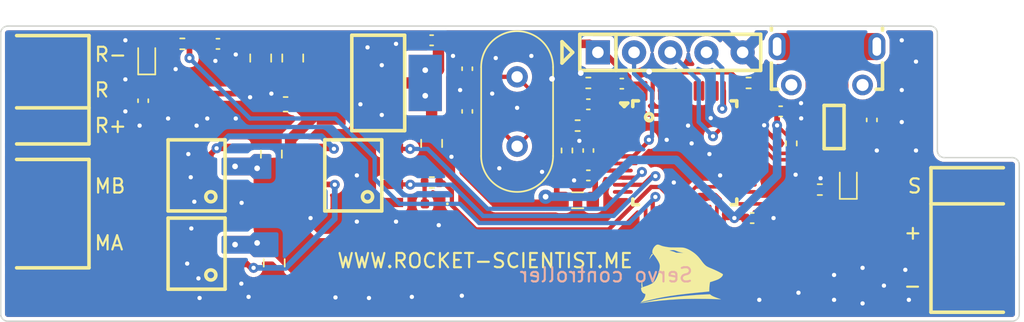
<source format=kicad_pcb>
(kicad_pcb (version 20211014) (generator pcbnew)
  (layers (0 "F.Cu" signal) (31 "B.Cu" signal) (34 "B.Paste" user) (35 "F.Paste" user) (36 "B.SilkS" user "B.Silkscreen") (37 "F.SilkS" user "F.Silkscreen") (38 "B.Mask" user) (39 "F.Mask" user) (44 "Edge.Cuts" user))
  (net 0 "")
  (net 1 "GND")
  (net 2 "VCC")
  (net 3 "Net-(C1-Pad1)")
  (net 4 "/VIN")
  (net 5 "/MCU_RESET")
  (net 6 "/POTENTIOMETER")
  (net 7 "Net-(C4-Pad1)")
  (net 8 "Net-(C5-Pad1)")
  (net 9 "Net-(D2-Pad1)")
  (net 10 "Net-(C6-Pad1)")
  (net 11 "Net-(D5-Pad2)")
  (net 12 "/MCU_SWCLK")
  (net 13 "/MCU_SWDIO")
  (net 14 "/USB_DM")
  (net 15 "/USB_DP")
  (net 17 "/USB_DET")
  (net 18 "Net-(R2-Pad2)")
  (net 19 "/LED")
  (net 20 "/SIGNAL")
  (net 24 "/MOTOR_A")
  (net 25 "/MOTOR_B")
  (net 49 "Net-(U4-Pad5)")
  (net 50 "Net-(U4-Pad7)")
  (net 52 "Net-(M1-Pad1)")
  (net 53 "Net-(M1-Pad2)")
  (net 54 "Net-(D3-Pad1)")
  (net 56 "Net-(R6-Pad2)")
  (footprint "ServoController:C_0402" (layer "F.Cu") (at 280.25 202.25 180)
    (fp_text reference "C6")
    (fp_text value "100nf")
  )
  (footprint "ServoController:R_0402" (layer "F.Cu") (at 279.5 198.75)
    (fp_text reference "R6")
    (fp_text value "390")
  )
  (footprint "ServoController:D_SOD-523" (layer "F.Cu") (at 249.25 194 90)
    (fp_text reference "D3")
    (fp_text value "PESD5Z3.3.115")
  )
  (footprint "ServoController:R_0402" (layer "F.Cu") (at 291.5 195.75)
    (fp_text reference "R1")
    (fp_text value "4.7k")
  )
  (footprint "ServoController:R_0402" (layer "F.Cu") (at 278.75 200.5 90)
    (fp_text reference "R3")
    (fp_text value "4.7k")
  )
  (footprint "ServoController:C_0402" (layer "F.Cu") (at 280.25 197.25 180)
    (fp_text reference "C2")
    (fp_text value "100nf")
  )
  (footprint "ServoController:HC-49_US" (layer "F.Cu") (at 275.25 200.2 90)
    (fp_text reference "Y1")
    (fp_text value "8Mhz/18pf")
  )
  (footprint "ServoController:Logo" (layer "F.Cu") (at 286.8 209.15)
    (fp_text reference "VAL" hide)
    (fp_text value "REF" hide)
  )
  (footprint "ServoController:Motor" (layer "F.Cu") (at 243.9275 208.7475 90)
    (fp_text reference "M1" hide)
    (fp_text value "Motor" hide)
  )
  (footprint "ServoController:C_0402" (layer "F.Cu") (at 293.75 197.75)
    (fp_text reference "C7")
    (fp_text value "100nf")
  )
  (footprint "ServoController:C_0805" (layer "F.Cu") (at 258 200.75 90)
    (fp_text reference "C17")
    (fp_text value "10uf")
  )
  (footprint "ServoController:SWD" (layer "F.Cu") (at 282.19 193.6)
    (fp_text reference "K1")
    (fp_text value "*VAL" hide)
  )
  (footprint "ServoController:Potentiometer" (layer "F.Cu") (at 243.9275 197.5 90)
    (fp_text reference "RV1" hide)
    (fp_text value "5k" hide)
  )
  (footprint "ServoController:C_0402" (layer "F.Cu") (at 269.25 192.75 180)
    (fp_text reference "C14")
    (fp_text value "100nf")
  )
  (footprint "ServoController:C_0402" (layer "F.Cu") (at 282.6 195.8 180)
    (fp_text reference "C9")
    (fp_text value "100nf")
  )
  (footprint "ServoController:D_SOD-523" (layer "F.Cu") (at 298.5 202.75 90)
    (fp_text reference "D2")
    (fp_text value "PESD5Z5.0.115")
  )
  (footprint "ServoController:R_0402" (layer "F.Cu") (at 280.25 195.75)
    (fp_text reference "R2")
    (fp_text value "4.7k")
  )
  (footprint "ServoController:L_0805" (layer "F.Cu") (at 279.5 204 180)
    (fp_text reference "FB1")
    (fp_text value "600@100M")
  )
  (footprint "ServoController:C_0402" (layer "F.Cu") (at 280.25 200.5 90)
    (fp_text reference "C8")
    (fp_text value "100nf")
  )
  (footprint "ServoController:SOT-223" (layer "F.Cu") (at 265.5 195.75 -90)
    (fp_text reference "U3")
    (fp_text value "AMS1117-3.3")
  )
  (footprint "ServoController:USB_Micro-B_Molex-105017-0001" (layer "F.Cu") (at 297 194.43 180)
    (fp_text reference "J1")
    (fp_text value "USB_B_Micro")
  )
  (footprint "ServoController:LQFP-48" (layer "F.Cu") (at 287.02 200.66)
    (fp_text reference "U1")
    (fp_text value "STM32F103C8T6")
  )
  (footprint "ServoController:SOIC-8" (layer "F.Cu") (at 252.75 207.75 90)
    (fp_text reference "U5")
    (fp_text value "AO4616")
  )
  (footprint "ServoController:C_0805" (layer "F.Cu") (at 257.25 194 90)
    (fp_text reference "C12")
    (fp_text value "10uf")
  )
  (footprint "ServoController:C_0402" (layer "F.Cu") (at 249 197 -90)
    (fp_text reference "C16")
    (fp_text value "100nf")
  )
  (footprint "ServoController:SOIC8N" (layer "F.Cu") (at 263.75 202.25 90)
    (fp_text reference "U4")
    (fp_text value "IRS4427S")
  )
  (footprint "ServoController:C_0402" (layer "F.Cu") (at 300.15 198.35 -90)
    (fp_text reference "C1")
    (fp_text value "100nf")
  )
  (footprint "ServoController:Signal_Power" (layer "F.Cu") (at 305.5725 204.25 -90)
    (fp_text reference "K2")
    (fp_text value "Signal/Power" hide)
  )
  (footprint "ServoController:R_0402" (layer "F.Cu") (at 296.5 203.25 180)
    (fp_text reference "Rw")
    (fp_text value "1k")
  )
  (footprint "ServoController:C_0402" (layer "F.Cu") (at 271.75 194.75 90)
    (fp_text reference "C4")
    (fp_text value "20pf")
  )
  (footprint "ServoController:R_0402" (layer "F.Cu") (at 269.265 202.75 180)
    (fp_text reference "R5")
    (fp_text value "270")
  )
  (footprint "ServoController:R_0402" (layer "F.Cu") (at 251.75 193 180)
    (fp_text reference "R7")
    (fp_text value "100")
  )
  (footprint "ServoController:C_0805" (layer "F.Cu") (at 269.25 200 -90)
    (fp_text reference "C11")
    (fp_text value "10uf")
  )
  (footprint "ServoController:C_0603" (layer "F.Cu") (at 259 197.25 180)
    (fp_text reference "C10")
    (fp_text value "1uf")
  )
  (footprint "ServoController:C_0805" (layer "F.Cu") (at 259.5 194 90)
    (fp_text reference "C13")
    (fp_text value "10uf")
  )
  (footprint "ServoController:LED_0402" (layer "F.Cu") (at 269.265 204.25 180)
    (fp_text reference "D5")
    (fp_text value "LED")
  )
  (footprint "ServoController:DZD" (layer "F.Cu") (at 297.5 198.85 -90)
    (fp_text reference "U2")
    (fp_text value "TPD2E001DZDR")
  )
  (footprint "ServoController:R_0402" (layer "F.Cu") (at 294.5 200 -90)
    (fp_text reference "R8")
    (fp_text value "1.5k")
  )
  (footprint "ServoController:C_0402" (layer "F.Cu") (at 271.75 197.75 90)
    (fp_text reference "C5")
    (fp_text value "20pf")
  )
  (footprint "ServoController:C_0805" (layer "F.Cu") (at 258.2 208.4 -90)
    (fp_text reference "C18")
    (fp_text value "10uf")
  )
  (footprint "ServoController:C_0402" (layer "F.Cu") (at 291.75 205.25)
    (fp_text reference "C3")
    (fp_text value "100nf")
  )
  (footprint "ServoController:SOIC-8" (layer "F.Cu") (at 252.75 202.25 90)
    (fp_text reference "U6")
    (fp_text value "AO4616")
  )
  (footprint "ServoController:C_0402" (layer "F.Cu") (at 254.25 193)
    (fp_text reference "C15")
    (fp_text value "100nf")
  )
  (gr_line (start 279.15 193.6) (end 278.4 192.85) (layer "F.SilkS") (width 0.25))
  (gr_line (start 278.4 194.35) (end 279.15 193.6) (layer "F.SilkS") (width 0.25))
  (gr_line (start 278.4 192.85) (end 278.4 194.35) (layer "F.SilkS") (width 0.25))
  (gr_line (start 310 212.5) (end 239.5 212.5) (layer "Edge.Cuts") (width 0.1))
  (gr_arc (start 305.25 201) (mid 304.896447 200.853553) (end 304.75 200.5) (layer "Edge.Cuts") (width 0.1))
  (gr_arc (start 310.5 212) (mid 310.353553 212.353553) (end 310 212.5) (layer "Edge.Cuts") (width 0.1))
  (gr_line (start 304.75 192.25) (end 304.75 200.5) (layer "Edge.Cuts") (width 0.1))
  (gr_line (start 310.5 212) (end 310.5 201.5) (layer "Edge.Cuts") (width 0.1))
  (gr_arc (start 304.25 191.75) (mid 304.603553 191.896447) (end 304.75 192.25) (layer "Edge.Cuts") (width 0.1))
  (gr_arc (start 239 192.25) (mid 239.146447 191.896447) (end 239.5 191.75) (layer "Edge.Cuts") (width 0.1))
  (gr_arc (start 310 201) (mid 310.353553 201.146447) (end 310.5 201.5) (layer "Edge.Cuts") (width 0.1))
  (gr_line (start 310 201) (end 305.25 201) (layer "Edge.Cuts") (width 0.1))
  (gr_line (start 239 212) (end 239 192.25) (layer "Edge.Cuts") (width 0.1))
  (gr_line (start 304.25 191.75) (end 239.5 191.75) (layer "Edge.Cuts") (width 0.1))
  (gr_arc (start 239.5 212.5) (mid 239.146447 212.353553) (end 239 212) (layer "Edge.Cuts") (width 0.1))
  (gr_text "Servo controller" (at 281.5 209.25) (layer "B.SilkS") (effects (font (size 1 1)) (justify mirror)))
  (gr_text "S" (at 303.72818 203) (layer "F.SilkS") (effects (font (size 1 1)) (justify right)))
  (gr_text "R-" (at 245.5 193.75) (layer "F.SilkS") (effects (font (size 1 1)) (justify left)))
  (gr_text "-" (at 303.72818 210) (layer "F.SilkS") (effects (font (size 1 1)) (justify right)))
  (gr_text "WWW.ROCKET-SCIENTIST.ME" (at 273 208.25) (layer "F.SilkS") (effects (font (size 1 1))))
  (gr_text "R" (at 245.497674 196.25) (layer "F.SilkS") (effects (font (size 1 1)) (justify left)))
  (gr_text "MB" (at 245.5 203) (layer "F.SilkS") (effects (font (size 1 1)) (justify left)))
  (gr_text "R+" (at 245.5 198.75) (layer "F.SilkS") (effects (font (size 1 1)) (justify left)))
  (gr_text "MA" (at 245.497666 207) (layer "F.SilkS") (effects (font (size 1 1)) (justify left)))
  (gr_text "+" (at 303.75 206.25) (layer "F.SilkS") (effects (font (size 1 1)) (justify right)))
  (segment (start 279.77 202.25) (end 279.5995 202.25) (width 0.3) (layer "F.Cu") (net 1))
  (segment (start 279.74 195.076388) (end 279.718225 195.054613) (width 0.3) (layer "F.Cu") (net 1))
  (segment (start 291.37 198.41) (end 292.280029 198.41) (width 0.3) (layer "F.Cu") (net 1))
  (segment (start 283.59 201.41) (end 284.5 200.5) (width 0.25) (layer "F.Cu") (net 1))
  (segment (start 278.65215 197.25) (end 277.7 196.29785) (width 0.4) (layer "F.Cu") (net 1))
  (segment (start 279.5995 202.25) (end 279.2495 202.6) (width 0.3) (layer "F.Cu") (net 1))
  (segment (start 289.03 198.41) (end 288.84 198.22) (width 0.3) (layer "F.Cu") (net 1))
  (segment (start 282.67 201.41) (end 283.59 201.41) (width 0.25) (layer "F.Cu") (net 1))
  (segment (start 284.77 196.31) (end 284.77 195.201678) (width 0.3) (layer "F.Cu") (net 1))
  (segment (start 279.74 195.75) (end 279.74 195.076388) (width 0.3) (layer "F.Cu") (net 1))
  (segment (start 292.280029 198.41) (end 292.593356 198.723327) (width 0.3) (layer "F.Cu") (net 1))
  (segment (start 279.77 197.25) (end 278.65215 197.25) (width 0.4) (layer "F.Cu") (net 1))
  (segment (start 284.77 195.201678) (end 284.5162 194.947878) (width 0.3) (layer "F.Cu") (net 1))
  (segment (start 279.819535 200.02) (end 279.618554 199.819019) (width 0.3) (layer "F.Cu") (net 1))
  (segment (start 291.37 198.41) (end 289.03 198.41) (width 0.3) (layer "F.Cu") (net 1))
  (segment (start 280.25 200.02) (end 279.819535 200.02) (width 0.3) (layer "F.Cu") (net 1))
  (segment (start 277.7 196.29785) (end 277.7 195.46) (width 0.4) (layer "F.Cu") (net 1))
  (via (at 273.75 194) (size 0.7) (drill 0.3) (layers "F.Cu" "B.Cu") (net 1))
  (via (at 302.75 211) (size 0.7) (drill 0.3) (layers "F.Cu" "B.Cu") (net 1))
  (via (at 293.25 205.25) (size 0.7) (drill 0.3) (layers "F.Cu" "B.Cu") (net 1))
  (via (at 277.7 195.46) (size 1) (drill 0.4) (layers "F.Cu" "B.Cu") (net 1))
  (via (at 266.75 205.5) (size 0.7) (drill 0.3) (layers "F.Cu" "B.Cu") (net 1))
  (via (at 279.2495 202.6) (size 0.7) (drill 0.3) (layers "F.Cu" "B.Cu") (net 1))
  (via (at 287.5 200) (size 0.7) (drill 0.3) (layers "F.Cu" "B.Cu") (net 1))
  (via (at 265.75 194.5) (size 0.7) (drill 0.3) (layers "F.Cu" "B.Cu") (net 1))
  (via (at 286.25 202.75) (size 0.7) (drill 0.3) (layers "F.Cu" "B.Cu") (net 1))
  (via (at 270.75 193.8495) (size 0.7) (drill 0.3) (layers "F.Cu" "B.Cu") (net 1))
  (via (at 303.25 194.25) (size 0.7) (drill 0.3) (layers "F.Cu" "B.Cu") (net 1))
  (via (at 255.5 193.75) (size 0.7) (drill 0.3) (layers "F.Cu" "B.Cu") (net 1))
  (via (at 252.09 208.45) (size 0.7) (drill 0.3) (layers "F.Cu" "B.Cu") (net 1))
  (via (at 302.25 198.5) (size 0.7) (drill 0.3) (layers "F.Cu" "B.Cu") (net 1))
  (via (at 256.4 210.79) (size 0.7) (drill 0.3) (layers "F.Cu" "B.Cu") (net 1))
  (via (at 270.64 200.94) (size 0.7) (drill 0.3) (layers "F.Cu" "B.Cu") (net 1))
  (via (at 256.505185 196.754769) (size 0.7) (drill 0.3) (layers "F.Cu" "B.Cu") (net 1))
  (via (at 247.75 197.75) (size 0.7) (drill 0.3) (layers "F.Cu" "B.Cu") (net 1))
  (via (at 284.5162 194.947878) (size 1) (drill 0.4) (layers "F.Cu" "B.Cu") (net 1))
  (via (at 264.75 193.25) (size 0.7) (drill 0.3) (layers "F.Cu" "B.Cu") (net 1))
  (via (at 285.75 199.75) (size 0.7) (drill 0.3) (layers "F.Cu" "B.Cu") (net 1))
  (via (at 277 202) (size 0.7) (drill 0.3) (layers "F.Cu" "B.Cu") (net 1))
  (via (at 297.5 209.25) (size 0.7) (drill 0.3) (layers "F.Cu" "B.Cu") (net 1))
  (via (at 271.25 196.25) (size 0.7) (drill 0.3) (layers "F.Cu" "B.Cu") (net 1))
  (via (at 252.75 198.75) (size 0.7) (drill 0.3) (layers "F.Cu" "B.Cu") (net 1))
  (via (at 302.5 208.89) (size 0.7) (drill 0.3) (layers "F.Cu" "B.Cu") (net 1))
  (via (at 255.89 209.86) (size 0.7) (drill 0.3) (layers "F.Cu" "B.Cu") (net 1))
  (via (at 295.18 197.17) (size 0.7) (drill 0.3) (layers "F.Cu" "B.Cu") (net 1))
  (via (at 252.38 205.98) (size 0.7) (drill 0.3) (layers "F.Cu" "B.Cu") (net 1))
  (via (at 299.5 211.25) (size 0.7) (drill 0.3) (layers "F.Cu" "B.Cu") (net 1))
  (via (at 287.25 198.75) (size 0.7) (drill 0.3) (layers "F.Cu" "B.Cu") (net 1))
  (via (at 252.17 200.75) (size 0.7) (drill 0.3) (layers "F.Cu" "B.Cu") (net 1))
  (via (at 264 205.5) (size 0.7) (drill 0.3) (layers "F.Cu" "B.Cu") (net 1))
  (via (at 264 202.25) (size 0.7) (drill 0.3) (layers "F.Cu" "B.Cu") (net 1))
  (via (at 274 201.75) (size 0.7) (drill 0.3) (layers "F.Cu" "B.Cu") (net 1))
  (via (at 288.75 200.75) (size 0.7) (drill 0.3) (layers "F.Cu" "B.Cu") (net 1))
  (via (at 258 196.5) (size 0.7) (drill 0.3) (layers "F.Cu" "B.Cu") (net 1))
  (via (at 271.37 210.71) (size 0.7) (drill 0.3) (layers "F.Cu" "B.Cu") (net 1))
  (via (at 264.85 210.87) (size 0.7) (drill 0.3) (layers "F.Cu" "B.Cu") (net 1))
  (via (at 299.5 208.75) (size 0.7) (drill 0.3) (layers "F.Cu" "B.Cu") (net 1))
  (via (at 288.84 198.22) (size 0.7) (drill 0.3) (layers "F.Cu" "B.Cu") (net 1))
  (via (at 279.718225 195.054613) (size 1) (drill 0.4) (layers "F.Cu" "B.Cu") (net 1))
  (via (at 262.5 210.83) (size 0.7) (drill 0.3) (layers "F.Cu" "B.Cu") (net 1))
  (via (at 297.5 211) (size 0.7) (drill 0.3) (layers "F.Cu" "B.Cu") (net 1))
  (via (at 247.75 195.5) (size 0.7) (drill 0.3) (layers "F.Cu" "B.Cu") (net 1))
  (via (at 264.25 197.25) (size 0.7) (drill 0.3) (layers "F.Cu" "B.Cu") (net 1))
  (via (at 253.5 198.2495) (size 0.7) (drill 0.3) (layers "F.Cu" "B.Cu") (net 1))
  (via (at 266.75 193) (size 0.7) (drill 0.3) (layers "F.Cu" "B.Cu") (net 1))
  (via (at 251.279977 194.779977) (size 0.7) (drill 0.3) (layers "F.Cu" "B.Cu") (net 1))
  (via (at 254.068477 194.2005) (size 0.7) (drill 0.3) (layers "F.Cu" "B.Cu") (net 1))
  (via (at 252.34 202.38) (size 0.7) (drill 0.3) (layers "F.Cu" "B.Cu") (net 1))
  (via (at 250.75 198.2495) (size 0.7) (drill 0.3) (layers "F.Cu" "B.Cu") (net 1))
  (via (at 301 210) (size 0.7) (drill 0.3) (layers "F.Cu" "B.Cu") (net 1))
  (via (at 292.593356 198.723327) (size 0.7) (drill 0.3) (layers "F.Cu" "B.Cu") (net 1))
  (via (at 252.59 204.1) (size 0.7) (drill 0.3) (layers "F.Cu" "B.Cu") (net 1))
  (via (at 255.5 198.25) (size 0.7) (drill 0.3) (layers "F.Cu" "B.Cu") (net 1))
  (via (at 255.91 204.18) (size 0.7) (drill 0.3) (layers "F.Cu" "B.Cu") (net 1))
  (via (at 295 210.5) (size 0.7) (drill 0.3) (layers "F.Cu" "B.Cu") (net 1))
  (via (at 292.25 211) (size 0.7) (drill 0.3) (layers "F.Cu" "B.Cu") (net 1))
  (via (at 302.25 192.75) (size 0.7) (drill 0.3) (layers "F.Cu" "B.Cu") (net 1))
  (via (at 269.75 205.75) (size 0.7) (drill 0.3) (layers "F.Cu" "B.Cu") (net 1))
  (via (at 247.75 192.75) (size 0.7) (drill 0.3) (layers "F.Cu" "B.Cu") (net 1))
  (via (at 300.5 200.5) (size 0.7) (drill 0.3) (layers "F.Cu" "B.Cu") (net 1))
  (via (at 275.25 197.5) (size 0.7) (drill 0.3) (layers "F.Cu" "B.Cu") (net 1))
  (via (at 248.75 198.75) (size 0.7) (drill 0.3) (layers "F.Cu" "B.Cu") (net 1))
  (via (at 295.19 198.24) (size 0.7) (drill 0.3) (layers "F.Cu" "B.Cu") (net 1))
  (via (at 289.5 202.25) (size 0.7) (drill 0.3) (layers "F.Cu" "B.Cu") (net 1))
  (via (at 265.75 198) (size 0.7) (drill 0.3) (layers "F.Cu" "B.Cu") (net 1))
  (via (at 260.75 205.25) (size 0.7) (drill 0.3) (layers "F.Cu" "B.Cu") (net 1))
  (via (at 279.618554 199.819019) (size 0.7) (drill 0.3) (layers "F.Cu" "B.Cu") (net 1))
  (via (at 276.25 193.8495) (size 0.7) (drill 0.3) (layers "F.Cu" "B.Cu") (net 1))
  (via (at 302.25 196.25) (size 0.7) (drill 0.3) (layers "F.Cu" "B.Cu") (net 1))
  (via (at 294.8 202.2) (size 0.7) (drill 0.3) (layers "F.Cu" "B.Cu") (net 1))
  (via (at 303.25 200.5) (size 0.7) (drill 0.3) (layers "F.Cu" "B.Cu") (net 1))
  (via (at 252.88 209.49) (size 0.7) (drill 0.3) (layers "F.Cu" "B.Cu") (net 1))
  (via (at 267.86 210.79) (size 0.7) (drill 0.3) (layers "F.Cu" "B.Cu") (net 1))
  (via (at 273.5 196.5) (size 0.7) (drill 0.3) (layers "F.Cu" "B.Cu") (net 1))
  (via (at 252.96 210.87) (size 0.7) (drill 0.3) (layers "F.Cu" "B.Cu") (net 1))
  (via (at 296.55 202.45) (size 0.7) (drill 0.3) (layers "F.Cu" "B.Cu") (net 1))
  (segment (start 262.198 195.75) (end 268.802 195.75) (width 0.8) (layer "F.Cu") (net 2))
  (segment (start 278.75 199.99) (end 278.66 199.99) (width 0.4) (layer "F.Cu") (net 2))
  (segment (start 271.5 202) (end 273.75 204.25) (width 0.6) (layer "F.Cu") (net 2))
  (segment (start 294.2545 199.49) (end 293.5 198.7355) (width 0.25) (layer "F.Cu") (net 2))
  (segment (start 276.75 193) (end 278.75 195) (width 0.4) (layer "F.Cu") (net 2))
  (segment (start 281.35 193.6) (end 283.08 195.33) (width 0.4) (layer "F.Cu") (net 2))
  (segment (start 294.5 199.49) (end 294.2545 199.49) (width 0.25) (layer "F.Cu") (net 2))
  (segment (start 283.08 195.33) (end 283.08 195.8) (width 0.4) (layer "F.Cu") (net 2))
  (segment (start 277.25 204.25) (end 273.75 204.25) (width 0.6) (layer "F.Cu") (net 2))
  (segment (start 278.03048 203.59298) (end 278.4375 204) (width 0.4) (layer "F.Cu") (net 2))
  (segment (start 261.398 194.95) (end 259.5 194.95) (width 0.8) (layer "F.Cu") (net 2))
  (segment (start 269.25 196.198) (end 268.802 195.75) (width 0.8) (layer "F.Cu") (net 2))
  (segment (start 278.75 196) (end 279.21952 196.46952) (width 0.4) (layer "F.Cu") (net 2))
  (segment (start 290.5 205.25) (end 290.01 205.25) (width 0.3) (layer "F.Cu") (net 2))
  (segment (start 278.03048 200.61952) (end 278.03048 203.59298) (width 0.4) (layer "F.Cu") (net 2))
  (segment (start 283.76 195.8) (end 283.08 195.8) (width 0.3) (layer "F.Cu") (net 2))
  (segment (start 277.25 203.75) (end 277.25 204.25) (width 0.6) (layer "F.Cu") (net 2))
  (segment (start 282.67 197.91) (end 281.66 197.91) (width 0.3) (layer "F.Cu") (net 2))
  (segment (start 280.266018 196.46952) (end 280.73 196.933502) (width 0.4) (layer "F.Cu") (net 2))
  (segment (start 270.175 199.05) (end 271.5 200.375) (width 0.6) (layer "F.Cu") (net 2))
  (segment (start 257.25 194.95) (end 259.5 194.95) (width 0.8) (layer "F.Cu") (net 2))
  (segment (start 284.27 196.31) (end 283.76 195.8) (width 0.3) (layer "F.Cu") (net 2))
  (segment (start 262.198 195.75) (end 261.398 194.95) (width 0.8) (layer "F.Cu") (net 2))
  (segment (start 281.66 197.91) (end 281 197.25) (width 0.3) (layer "F.Cu") (net 2))
  (segment (start 247.25 196.5) (end 255.7 196.5) (width 0.4) (layer "F.Cu") (net 2))
  (segment (start 280.92 193.6) (end 281.35 193.6) (width 0.4) (layer "F.Cu") (net 2))
  (segment (start 291.37 197.91) (end 293.11 197.91) (width 0.3) (layer "F.Cu") (net 2))
  (segment (start 271.5 200.375) (end 271.5 202) (width 0.6) (layer "F.Cu") (net 2))
  (segment (start 242.2275 198.77) (end 244.98 198.77) (width 0.4) (layer "F.Cu") (net 2))
  (segment (start 293.11 197.91) (end 293.27 197.75) (width 0.3) (layer "F.Cu") (net 2))
  (segment (start 269.73 192.75) (end 269.98 193) (width 0.6) (layer "F.Cu") (net 2))
  (segment (start 291.25 205.25) (end 290.5 205.25) (width 0.3) (layer "F.Cu") (net 2))
  (segment (start 279.21952 196.46952) (end 280.266018 196.46952) (width 0.4) (layer "F.Cu") (net 2))
  (segment (start 280.73 196.933502) (end 280.73 197.25) (width 0.4) (layer "F.Cu") (net 2))
  (segment (start 273.75 204.25) (end 278.1875 204.25) (width 0.6) (layer "F.Cu") (net 2))
  (segment (start 255.7 196.5) (end 257.25 194.95) (width 0.4) (layer "F.Cu") (net 2))
  (segment (start 269.73 192.75) (end 269.73 194.822) (width 0.8) (layer "F.Cu") (net 2))
  (segment (start 280.32 193) (end 280.92 193.6) (width 0.6) (layer "F.Cu") (net 2))
  (segment (start 269.25 199.05) (end 269.25 196.198) (width 0.8) (layer "F.Cu") (net 2))
  (segment (start 293.5 197.98) (end 293.5 198.7355) (width 0.4) (layer "F.Cu") (net 2))
  (segment (start 276.75 193) (end 280.32 193) (width 0.6) (layer "F.Cu") (net 2))
  (segment (start 269.98 193) (end 276.75 193) (width 0.6) (layer "F.Cu") (net 2))
  (segment (start 281 197.25) (end 280.73 197.25) (width 0.3) (layer "F.Cu") (net 2))
  (segment (start 269.73 194.822) (end 268.802 195.75) (width 0.8) (layer "F.Cu") (net 2))
  (segment (start 293.27 197.75) (end 293.5 197.98) (width 0.4) (layer "F.Cu") (net 2))
  (segment (start 290.01 205.25) (end 289.77 205.01) (width 0.3) (layer "F.Cu") (net 2))
  (segment (start 278.66 199.99) (end 278.03048 200.61952) (width 0.4) (layer "F.Cu") (net 2))
  (segment (start 269.25 199.05) (end 270.175 199.05) (width 0.6) (layer "F.Cu") (net 2))
  (segment (start 278.1875 204.25) (end 278.4375 204) (width 0.6) (layer "F.Cu") (net 2))
  (segment (start 244.98 198.77) (end 247.25 196.5) (width 0.4) (layer "F.Cu") (net 2))
  (segment (start 278.75 195) (end 278.75 196) (width 0.4) (layer "F.Cu") (net 2))
  (via (at 277.25 203.75) (size 1) (drill 0.4) (layers "F.Cu" "B.Cu") (net 2))
  (via (at 293.5 198.7355) (size 0.7) (drill 0.3) (layers "F.Cu" "B.Cu") (net 2))
  (via (at 290.5 205.25) (size 0.7) (drill 0.3) (layers "F.Cu" "B.Cu") (net 2))
  (segment (start 286.41 201.16) (end 283.26 201.16) (width 0.6) (layer "B.Cu") (net 2))
  (segment (start 280.67 203.75) (end 277.25 203.75) (width 0.6) (layer "B.Cu") (net 2))
  (segment (start 293.5 202.25) (end 290.5 205.25) (width 0.6) (layer "B.Cu") (net 2))
  (segment (start 283.26 201.16) (end 280.67 203.75) (width 0.6) (layer "B.Cu") (net 2))
  (segment (start 290.5 205.25) (end 286.41 201.16) (width 0.6) (layer "B.Cu") (net 2))
  (segment (start 293.5 198.7355) (end 293.5 202.25) (width 0.6) (layer "B.Cu") (net 2))
  (segment (start 292.36 195.75) (end 292.01 195.75) (width 0.3) (layer "F.Cu") (net 3))
  (segment (start 297.9525 194.57) (end 293.54 194.57) (width 0.3) (layer "F.Cu") (net 3))
  (segment (start 293.54 194.57) (end 292.36 195.75) (width 0.3) (layer "F.Cu") (net 3))
  (segment (start 298.65 197.33) (end 298.3 196.98) (width 0.4) (layer "F.Cu") (net 3))
  (segment (start 298.3 195.8925) (end 298.3 194.9175) (width 0.3) (layer "F.Cu") (net 3))
  (segment (start 298.3 194.9175) (end 297.9525 194.57) (width 0.3) (layer "F.Cu") (net 3))
  (segment (start 300.13 197.89) (end 300.15 197.87) (width 0.4) (layer "F.Cu") (net 3))
  (segment (start 298.65 197.89) (end 300.13 197.89) (width 0.4) (layer "F.Cu") (net 3))
  (segment (start 298.3 196.98) (end 298.3 195.8925) (width 0.4) (layer "F.Cu") (net 3))
  (segment (start 298.65 197.89) (end 298.65 197.33) (width 0.4) (layer "F.Cu") (net 3))
  (segment (start 259.35 202.5) (end 259.35 199.720978) (width 0.8) (layer "F.Cu") (net 4))
  (segment (start 307.2725 206.155) (end 296.645 206.155) (width 3) (layer "F.Cu") (net 4))
  (segment (start 257.065 201.615) (end 257.365 201.615) (width 0.8) (layer "F.Cu") (net 4))
  (segment (start 257.365 201.615) (end 258.25 202.5) (width 0.8) (layer "F.Cu") (net 4))
  (segment (start 261.034978 198.036) (end 262.198 198.036) (width 0.8) (layer "F.Cu") (net 4))
  (segment (start 296.645 206.155) (end 294.64 208.16) (width 3) (layer "F.Cu") (net 4))
  (segment (start 260.530978 208.16) (end 258.25 205.879022) (width 3) (layer "F.Cu") (net 4))
  (segment (start 294.64 208.16) (end 260.530978 208.16) (width 3) (layer "F.Cu") (net 4))
  (segment (start 260.561 198.036) (end 262.198 198.036) (width 0.8) (layer "F.Cu") (net 4))
  (segment (start 257.014022 207.115) (end 257.174511 206.954511) (width 0.8) (layer "F.Cu") (net 4))
  (segment (start 259.35 199.720978) (end 261.034978 198.036) (width 0.8) (layer "F.Cu") (net 4))
  (segment (start 259.775 197.25) (end 260.561 198.036) (width 0.8) (layer "F.Cu") (net 4))
  (segment (start 261.05 201.615) (end 259.135 201.615) (width 0.4) (layer "F.Cu") (net 4))
  (segment (start 259.135 201.615) (end 258.25 202.5) (width 0.4) (layer "F.Cu") (net 4))
  (segment (start 257.174511 206.954511) (end 258.25 205.879022) (width 0.8) (layer "F.Cu") (net 4))
  (segment (start 255.45 201.615) (end 257.065 201.615) (width 0.8) (layer "F.Cu") (net 4))
  (segment (start 255.45 207.115) (end 257.014022 207.115) (width 0.8) (layer "F.Cu") (net 4))
  (segment (start 258.25 202.5) (end 259.35 202.5) (width 0.8) (layer "F.Cu") (net 4))
  (segment (start 258.25 205.879022) (end 258.25 202.5) (width 3) (layer "F.Cu") (net 4))
  (via (at 257 201.75) (size 1) (drill 0.4) (layers "F.Cu" "B.Cu") (net 4))
  (via (at 257 207) (size 1) (drill 0.4) (layers "F.Cu" "B.Cu") (net 4))
  (via (at 255.45 201.615) (size 1) (drill 0.4) (layers "F.Cu" "B.Cu") (net 4))
  (via (at 255.45 207.115) (size 1) (drill 0.4) (layers "F.Cu" "B.Cu") (net 4))
  (segment (start 282.67 200.91) (end 280.32 200.91) (width 0.3) (layer "F.Cu") (net 5))
  (segment (start 280.25 200.98) (end 278.78 200.98) (width 0.3) (layer "F.Cu") (net 5))
  (segment (start 278.78 200.98) (end 278.75 201.01) (width 0.3) (layer "F.Cu") (net 5))
  (segment (start 284.5 199.828143) (end 283.418143 200.91) (width 0.3) (layer "F.Cu") (net 5))
  (segment (start 280.32 200.91) (end 280.25 200.98) (width 0.3) (layer "F.Cu") (net 5))
  (segment (start 283.418143 200.91) (end 282.67 200.91) (width 0.3) (layer "F.Cu") (net 5))
  (segment (start 284.5 199.75) (end 284.5 199.828143) (width 0.3) (layer "F.Cu") (net 5))
  (via (at 284.5 199.75) (size 0.7) (drill 0.3) (layers "F.Cu" "B.Cu") (net 5))
  (segment (start 284.72 199.53) (end 284.72 196.353069) (width 0.3) (layer "B.Cu") (net 5))
  (segment (start 284.72 196.353069) (end 283.46 195.093069) (width 0.3) (layer "B.Cu") (net 5))
  (segment (start 283.46 195.093069) (end 283.46 193.6) (width 0.3) (layer "B.Cu") (net 5))
  (segment (start 284.5 199.75) (end 284.72 199.53) (width 0.3) (layer "B.Cu") (net 5))
  (segment (start 252.25 194) (end 252.25 193.01) (width 0.4) (layer "F.Cu") (net 6))
  (segment (start 252.25 193.01) (end 252.26 193) (width 0.4) (layer "F.Cu") (net 6))
  (segment (start 253.77 193) (end 252.26 193) (width 0.4) (layer "F.Cu") (net 6))
  (segment (start 284.77 203.949244) (end 284.77 205.01) (width 0.3) (layer "F.Cu") (net 6))
  (segment (start 284.954872 203.764372) (end 284.77 203.949244) (width 0.3) (layer "F.Cu") (net 6))
  (via (at 252.25 194) (size 0.7) (drill 0.3) (layers "F.Cu" "B.Cu") (net 6))
  (via (at 284.954872 203.764372) (size 0.7) (drill 0.3) (layers "F.Cu" "B.Cu") (net 6))
  (segment (start 284.954872 203.764372) (end 283.119244 205.6) (width 0.3) (layer "B.Cu") (net 6))
  (segment (start 262.5 198.25) (end 256.5 198.25) (width 0.3) (layer "B.Cu") (net 6))
  (segment (start 265.25 202.5) (end 265.25 201) (width 0.3) (layer "B.Cu") (net 6))
  (segment (start 272.59 205.6) (end 271.24 204.25) (width 0.3) (layer "B.Cu") (net 6))
  (segment (start 283.119244 205.6) (end 272.59 205.6) (width 0.3) (layer "B.Cu") (net 6))
  (segment (start 265.25 201) (end 262.5 198.25) (width 0.3) (layer "B.Cu") (net 6))
  (segment (start 267 204.25) (end 265.25 202.5) (width 0.3) (layer "B.Cu") (net 6))
  (segment (start 271.24 204.25) (end 267 204.25) (width 0.3) (layer "B.Cu") (net 6))
  (segment (start 256.5 198.25) (end 252.25 194) (width 0.3) (layer "B.Cu") (net 6))
  (segment (start 277.98 198.05) (end 275.25 195.32) (width 0.25) (layer "F.Cu") (net 7))
  (segment (start 281.499511 199.487654) (end 281.499511 198.912616) (width 0.25) (layer "F.Cu") (net 7))
  (segment (start 271.75 195.23) (end 271.84 195.32) (width 0.3) (layer "F.Cu") (net 7))
  (segment (start 281.499511 198.912616) (end 280.636895 198.05) (width 0.25) (layer "F.Cu") (net 7))
  (segment (start 271.84 195.32) (end 275.25 195.32) (width 0.3) (layer "F.Cu") (net 7))
  (segment (start 281.921857 199.91) (end 281.499511 199.487654) (width 0.25) (layer "F.Cu") (net 7))
  (segment (start 282.67 199.91) (end 281.921857 199.91) (width 0.25) (layer "F.Cu") (net 7))
  (segment (start 280.636895 198.05) (end 277.98 198.05) (width 0.25) (layer "F.Cu") (net 7))
  (segment (start 273.28 198.23) (end 275.25 200.2) (width 0.3) (layer "F.Cu") (net 8))
  (segment (start 278.99 198.75) (end 276.7 198.75) (width 0.25) (layer "F.Cu") (net 8))
  (segment (start 276.7 198.75) (end 275.25 200.2) (width 0.25) (layer "F.Cu") (net 8))
  (segment (start 271.75 198.23) (end 273.28 198.23) (width 0.3) (layer "F.Cu") (net 8))
  (segment (start 298.3 203.25) (end 297.01 203.25) (width 0.25) (layer "F.Cu") (net 9))
  (segment (start 298.5 203.45) (end 298.3 203.25) (width 0.25) (layer "F.Cu") (net 9))
  (segment (start 306.8025 203.45) (end 307.2725 202.98) (width 0.4) (layer "F.Cu") (net 9))
  (segment (start 300.25 203.45) (end 306.8025 203.45) (width 0.4) (layer "F.Cu") (net 9))
  (segment (start 298.5 203.45) (end 300.25 203.45) (width 0.4) (layer "F.Cu") (net 9))
  (segment (start 281.07 201.91) (end 280.73 202.25) (width 0.3) (layer "F.Cu") (net 10))
  (segment (start 282.67 201.91) (end 281.07 201.91) (width 0.3) (layer "F.Cu") (net 10))
  (segment (start 280.73 203.8325) (end 280.5625 204) (width 0.4) (layer "F.Cu") (net 10))
  (segment (start 280.73 202.25) (end 280.73 203.8325) (width 0.4) (layer "F.Cu") (net 10))
  (segment (start 268.755 202.75) (end 268.755 204.225) (width 0.3) (layer "F.Cu") (net 11))
  (segment (start 268.755 204.225) (end 268.78 204.25) (width 0.3) (layer "F.Cu") (net 11))
  (segment (start 289.77 197.44) (end 289.65 197.56) (width 0.3) (layer "F.Cu") (net 12))
  (segment (start 289.77 196.31) (end 289.77 197.44) (width 0.3) (layer "F.Cu") (net 12))
  (via (at 289.65 197.56) (size 0.7) (drill 0.3) (layers "F.Cu" "B.Cu") (net 12))
  (segment (start 289.65 197.56) (end 289.65 194.71) (width 0.3) (layer "B.Cu") (net 12))
  (segment (start 289.65 194.71) (end 288.54 193.6) (width 0.3) (layer "B.Cu") (net 12))
  (segment (start 289 199.5) (end 289.59 198.91) (width 0.3) (layer "F.Cu") (net 13))
  (segment (start 289.59 198.91) (end 291.37 198.91) (width 0.3) (layer "F.Cu") (net 13))
  (via (at 289 199.5) (size 0.7) (drill 0.3) (layers "F.Cu" "B.Cu") (net 13))
  (segment (start 288 198.5) (end 288 195.6) (width 0.3) (layer "B.Cu") (net 13))
  (segment (start 289 199.5) (end 288 198.5) (width 0.3) (layer "B.Cu") (net 13))
  (segment (start 288 195.6) (end 286 193.6) (width 0.3) (layer "B.Cu") (net 13))
  (segment (start 297.7 195.9425) (end 297.7 199.8) (width 0.25) (layer "F.Cu") (net 14))
  (segment (start 297.7 199.8) (end 297.090489 200.409511) (width 0.25) (layer "F.Cu") (net 14))
  (segment (start 292.39452 200.221732) (end 292.082788 199.91) (width 0.25) (layer "F.Cu") (net 14))
  (segment (start 296.161207 200.409511) (end 295.421208 201.14951) (width 0.25) (layer "F.Cu") (net 14))
  (segment (start 295.421208 201.14951) (end 293.313806 201.14951) (width 0.25) (layer "F.Cu") (net 14))
  (segment (start 297.090489 200.409511) (end 296.161207 200.409511) (width 0.25) (layer "F.Cu") (net 14))
  (segment (start 297.71 199.81) (end 298.65 199.81) (width 0.25) (layer "F.Cu") (net 14))
  (segment (start 292.39452 200.230224) (end 292.39452 200.221732) (width 0.25) (layer "F.Cu") (net 14))
  (segment (start 292.082788 199.91) (end 291.37 199.91) (width 0.25) (layer "F.Cu") (net 14))
  (segment (start 297.65 195.8925) (end 297.7 195.9425) (width 0.25) (layer "F.Cu") (net 14))
  (segment (start 293.313806 201.14951) (end 292.39452 200.230224) (width 0.25) (layer "F.Cu") (net 14))
  (segment (start 297.7 199.8) (end 297.71 199.81) (width 0.25) (layer "F.Cu") (net 14))
  (segment (start 297 196.85) (end 297.25048 197.10048) (width 0.25) (layer "F.Cu") (net 15))
  (segment (start 291.37 199.41) (end 292.218492 199.41) (width 0.25) (layer "F.Cu") (net 15))
  (segment (start 297.25048 197.10048) (end 297.25048 199.49202) (width 0.25) (layer "F.Cu") (net 15))
  (segment (start 292.844031 200.035539) (end 292.844031 200.044031) (width 0.25) (layer "F.Cu") (net 15))
  (segment (start 295.235 200.7) (end 296.125 199.81) (width 0.25) (layer "F.Cu") (net 15))
  (segment (start 297 195.8925) (end 297 196.85) (width 0.25) (layer "F.Cu") (net 15))
  (segment (start 296.125 199.81) (end 296.35 199.81) (width 0.25) (layer "F.Cu") (net 15))
  (segment (start 292.844031 200.044031) (end 293.499999 200.699999) (width 0.25) (layer "F.Cu") (net 15))
  (segment (start 292.218492 199.41) (end 292.844031 200.035539) (width 0.25) (layer "F.Cu") (net 15))
  (segment (start 296.9325 199.81) (end 296.35 199.81) (width 0.25) (layer "F.Cu") (net 15))
  (segment (start 293.499999 200.699999) (end 295.235 200.7) (width 0.25) (layer "F.Cu") (net 15))
  (segment (start 297.25048 199.49202) (end 296.9325 199.81) (width 0.25) (layer "F.Cu") (net 15))
  (segment (start 290.25 195.01) (end 285.821857 195.01) (width 0.3) (layer "F.Cu") (net 17))
  (segment (start 285.821857 195.01) (end 285.27 195.561857) (width 0.3) (layer "F.Cu") (net 17))
  (segment (start 290.99 195.75) (end 290.25 195.01) (width 0.3) (layer "F.Cu") (net 17))
  (segment (start 285.27 195.561857) (end 285.27 196.31) (width 0.3) (layer "F.Cu") (net 17))
  (segment (start 286.27 196.31) (end 286.27 197.49) (width 0.25) (layer "F.Cu") (net 18))
  (segment (start 280.76 196.01) (end 280.76 195.75) (width 0.25) (layer "F.Cu") (net 18))
  (segment (start 286.27 197.49) (end 285.76 198) (width 0.25) (layer "F.Cu") (net 18))
  (segment (start 281.52 196.77) (end 280.76 196.01) (width 0.25) (layer "F.Cu") (net 18))
  (segment (start 284.41 198) (end 283.18 196.77) (width 0.25) (layer "F.Cu") (net 18))
  (segment (start 283.18 196.77) (end 281.52 196.77) (width 0.25) (layer "F.Cu") (net 18))
  (segment (start 285.76 198) (end 284.41 198) (width 0.25) (layer "F.Cu") (net 18))
  (segment (start 270.67 203.35) (end 270.07 202.75) (width 0.3) (layer "F.Cu") (net 19))
  (segment (start 285.284861 203.064861) (end 284.665139 203.064861) (width 0.3) (layer "F.Cu") (net 19))
  (segment (start 270.67 204.36) (end 270.67 203.35) (width 0.3) (layer "F.Cu") (net 19))
  (segment (start 286.27 204.05) (end 285.284861 203.064861) (width 0.3) (layer "F.Cu") (net 19))
  (segment (start 272.36 206.05) (end 270.67 204.36) (width 0.3) (layer "F.Cu") (net 19))
  (segment (start 281.68 206.05) (end 272.36 206.05) (width 0.3) (layer "F.Cu") (net 19))
  (segment (start 270.07 202.75) (end 269.775 202.75) (width 0.3) (layer "F.Cu") (net 19))
  (segment (start 284.665139 203.064861) (end 281.68 206.05) (width 0.3) (layer "F.Cu") (net 19))
  (segment (start 286.27 205.01) (end 286.27 204.05) (width 0.3) (layer "F.Cu") (net 19))
  (segment (start 287.27 203.58) (end 287.8 203.05) (width 0.25) (layer "F.Cu") (net 20))
  (segment (start 294.988268 204.251732) (end 295.99 203.25) (width 0.25) (layer "F.Cu") (net 20))
  (segment (start 289.4 203.05) (end 290.601732 204.251732) (width 0.25) (layer "F.Cu") (net 20))
  (segment (start 290.601732 204.251732) (end 294.988268 204.251732) (width 0.25) (layer "F.Cu") (net 20))
  (segment (start 287.8 203.05) (end 289.4 203.05) (width 0.25) (layer "F.Cu") (net 20))
  (segment (start 287.27 205.01) (end 287.27 203.58) (width 0.25) (layer "F.Cu") (net 20))
  (segment (start 284.723572 202.3) (end 284.113572 202.91) (width 0.3) (layer "F.Cu") (net 24))
  (segment (start 284.96 202.3) (end 284.723572 202.3) (width 0.3) (layer "F.Cu") (net 24))
  (segment (start 267.735 202.885) (end 267.75 202.9) (width 0.3) (layer "F.Cu") (net 24))
  (segment (start 284.113572 202.91) (end 282.67 202.91) (width 0.3) (layer "F.Cu") (net 24))
  (segment (start 266.45 202.885) (end 267.735 202.885) (width 0.3) (layer "F.Cu") (net 24))
  (via (at 267.75 202.9) (size 0.7) (drill 0.3) (layers "F.Cu" "B.Cu") (net 24))
  (via (at 284.96 202.3) (size 0.7) (drill 0.3) (layers "F.Cu" "B.Cu") (net 24))
  (segment (start 270.66 202.9) (end 267.75 202.9) (width 0.3) (layer "B.Cu") (net 24))
  (segment (start 282.030969 205.099031) (end 272.859031 205.099031) (width 0.3) (layer "B.Cu") (net 24))
  (segment (start 272.859031 205.099031) (end 270.66 202.9) (width 0.3) (layer "B.Cu") (net 24))
  (segment (start 284.83 202.3) (end 282.030969 205.099031) (width 0.3) (layer "B.Cu") (net 24))
  (segment (start 284.96 202.3) (end 284.83 202.3) (width 0.3) (layer "B.Cu") (net 24))
  (segment (start 284.01 202.0095) (end 283.6095 202.41) (width 0.3) (layer "F.Cu") (net 25))
  (segment (start 283.6095 202.41) (end 282.67 202.41) (width 0.3) (layer "F.Cu") (net 25))
  (segment (start 267.74 200.39) (end 266.495 200.39) (width 0.3) (layer "F.Cu") (net 25))
  (segment (start 266.495 200.39) (end 266.45 200.345) (width 0.3) (layer "F.Cu") (net 25))
  (via (at 284.01 202.0095) (size 0.7) (drill 0.3) (layers "F.Cu" "B.Cu") (net 25))
  (via (at 267.74 200.39) (size 0.7) (drill 0.3) (layers "F.Cu" "B.Cu") (net 25))
  (segment (start 268.97 200.39) (end 267.74 200.39) (width 0.3) (layer "B.Cu") (net 25))
  (segment (start 273.179511 204.599511) (end 269.51 200.93) (width 0.3) (layer "B.Cu") (net 25))
  (segment (start 284.01 202.0095) (end 281.419989 204.599511) (width 0.3) (layer "B.Cu") (net 25))
  (segment (start 281.419989 204.599511) (end 273.179511 204.599511) (width 0.3) (layer "B.Cu") (net 25))
  (segment (start 269.51 200.93) (end 268.97 200.39) (width 0.3) (layer "B.Cu") (net 25))
  (segment (start 261.05 200.345) (end 262.355 200.345) (width 0.4) (layer "F.Cu") (net 49))
  (segment (start 253.75 200.75) (end 253.75 202.5) (width 0.4) (layer "F.Cu") (net 49))
  (segment (start 254.155 200.345) (end 253.75 200.75) (width 0.4) (layer "F.Cu") (net 49))
  (segment (start 254.135 202.885) (end 255.45 202.885) (width 0.4) (layer "F.Cu") (net 49))
  (segment (start 253.75 202.5) (end 254.135 202.885) (width 0.4) (layer "F.Cu") (net 49))
  (segment (start 255.45 200.345) (end 254.155 200.345) (width 0.4) (layer "F.Cu") (net 49))
  (segment (start 262.355 200.345) (end 262.39 200.38) (width 0.4) (layer "F.Cu") (net 49))
  (via (at 254.155 200.345) (size 0.7) (drill 0.3) (layers "F.Cu" "B.Cu") (net 49))
  (via (at 262.39 200.38) (size 0.7) (drill 0.3) (layers "F.Cu" "B.Cu") (net 49))
  (segment (start 262.39 200.38) (end 261.51 199.5) (width 0.4) (layer "B.Cu") (net 49))
  (segment (start 255 199.5) (end 254.155 200.345) (width 0.4) (layer "B.Cu") (net 49))
  (segment (start 261.51 199.5) (end 255 199.5) (width 0.4) (layer "B.Cu") (net 49))
  (segment (start 262.435 202.885) (end 262.45 202.9) (width 0.4) (layer "F.Cu") (net 50))
  (segment (start 256.209755 208.385) (end 255.45 208.385) (width 0.4) (layer "F.Cu") (net 50))
  (segment (start 253.75 206.25) (end 253.75 208) (width 0.4) (layer "F.Cu") (net 50))
  (segment (start 254.135 208.385) (end 255.45 208.385) (width 0.4) (layer "F.Cu") (net 50))
  (segment (start 253.75 208) (end 254.135 208.385) (width 0.4) (layer "F.Cu") (net 50))
  (segment (start 255.45 205.845) (end 254.155 205.845) (width 0.4) (layer "F.Cu") (net 50))
  (segment (start 256.75 208.75) (end 256.574755 208.75) (width 0.4) (layer "F.Cu") (net 50))
  (segment (start 256.574755 208.75) (end 256.209755 208.385) (width 0.4) (layer "F.Cu") (net 50))
  (segment (start 254.155 205.845) (end 253.75 206.25) (width 0.4) (layer "F.Cu") (net 50))
  (segment (start 261.05 202.885) (end 262.435 202.885) (width 0.4) (layer "F.Cu") (net 50))
  (via (at 256.75 208.75) (size 0.7) (drill 0.3) (layers "F.Cu" "B.Cu") (net 50))
  (via (at 262.45 202.9) (size 0.7) (drill 0.3) (layers "F.Cu" "B.Cu") (net 50))
  (segment (start 262.45 205.3) (end 262.45 202.9) (width 0.4) (layer "B.Cu") (net 50))
  (segment (start 259 208.75) (end 262.45 205.3) (width 0.4) (layer "B.Cu") (net 50))
  (segment (start 256.75 208.75) (end 259 208.75) (width 0.4) (layer "B.Cu") (net 50))
  (segment (start 242.2275 196.23) (end 245.02 196.23) (width 0.4) (layer "F.Cu") (net 54))
  (segment (start 249.49 194.75) (end 251.24 193) (width 0.4) (layer "F.Cu") (net 54))
  (segment (start 245.02 196.23) (end 246.5 194.75) (width 0.4) (layer "F.Cu") (net 54))
  (segment (start 246.5 194.75) (end 249.49 194.75) (width 0.4) (layer "F.Cu") (net 54))
  (segment (start 280.999991 199.694561) (end 280.999991 199.119524) (width 0.25) (layer "F.Cu") (net 56))
  (segment (start 281.71543 200.41) (end 280.999991 199.694561) (width 0.25) (layer "F.Cu") (net 56))
  (segment (start 282.67 200.41) (end 281.71543 200.41) (width 0.25) (layer "F.Cu") (net 56))
  (segment (start 280.630467 198.75) (end 280.01 198.75) (width 0.25) (layer "F.Cu") (net 56))
  (segment (start 280.999991 199.119524) (end 280.630467 198.75) (width 0.25) (layer "F.Cu") (net 56))
  (zone (net 53) (net_name "Net-(M1-Pad2)") (layer "F.Cu") (priority 1) (connect_pads yes (clearance 0.3)) (min_thickness 0.25) (fill yes (thermal_gap 0.8) (thermal_bridge_width 0.8))
    (polygon (pts (xy 251 204.75) (xy 239 204.75) (xy 239 200.75) (xy 248 200.75) (xy 249.25 199.75) (xy 251 199.75)))
  )
  (zone (net 1) (net_name "GND") (layers F&B.Cu) (connect_pads yes (clearance 0.3)) (min_thickness 0.25) (fill yes (thermal_gap 0.8) (thermal_bridge_width 0.8))
    (polygon (pts (xy 310.5 212.5) (xy 239 212.5) (xy 239 191.75) (xy 310.5 191.75)))
  )
  (zone (net 4) (net_name "/VIN") (layers F&B.Cu) (priority 1) (connect_pads yes (clearance 0.3)) (min_thickness 0.25) (fill yes (thermal_gap 0.508) (thermal_bridge_width 0.508))
    (polygon (pts (xy 258.5 208) (xy 256.75 208) (xy 256.5 207.75) (xy 254.5 207.75) (xy 254.5 206.5) (xy 256.5 206.5) (xy 256.75 206.25) (xy 258.5 206.25)))
  )
  (zone (net 4) (net_name "/VIN") (layers F&B.Cu) (priority 1) (connect_pads yes (clearance 0.3)) (min_thickness 0.25) (fill yes (thermal_gap 0.508) (thermal_bridge_width 0.508))
    (polygon (pts (xy 258 202.5) (xy 256.75 202.5) (xy 256.5 202.25) (xy 254.5 202.25) (xy 254.5 201) (xy 256.5 201) (xy 256.75 200.75) (xy 258 200.75)))
  )
  (zone (net 52) (net_name "Net-(M1-Pad1)") (layer "F.Cu") (priority 1) (connect_pads yes (clearance 0.3)) (min_thickness 0.25) (fill yes (thermal_gap 0.8) (thermal_bridge_width 0.8))
    (polygon (pts (xy 251 210.25) (xy 249 210.25) (xy 247.5 208.75) (xy 239 208.7475) (xy 239 205.25) (xy 251 205.25)))
  )
)
</source>
